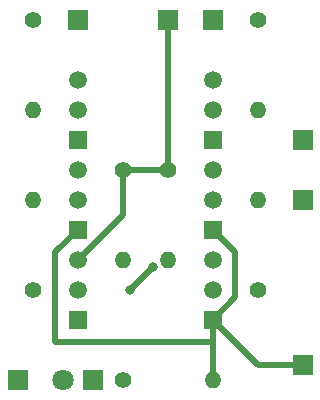
<source format=gbr>
%TF.GenerationSoftware,KiCad,Pcbnew,7.0.8*%
%TF.CreationDate,2023-11-03T11:40:39-07:00*%
%TF.ProjectId,bus_driver,6275735f-6472-4697-9665-722e6b696361,rev?*%
%TF.SameCoordinates,Original*%
%TF.FileFunction,Copper,L2,Bot*%
%TF.FilePolarity,Positive*%
%FSLAX46Y46*%
G04 Gerber Fmt 4.6, Leading zero omitted, Abs format (unit mm)*
G04 Created by KiCad (PCBNEW 7.0.8) date 2023-11-03 11:40:39*
%MOMM*%
%LPD*%
G01*
G04 APERTURE LIST*
%TA.AperFunction,ComponentPad*%
%ADD10R,1.700000X1.700000*%
%TD*%
%TA.AperFunction,ComponentPad*%
%ADD11C,1.400000*%
%TD*%
%TA.AperFunction,ComponentPad*%
%ADD12O,1.400000X1.400000*%
%TD*%
%TA.AperFunction,ComponentPad*%
%ADD13R,1.500000X1.500000*%
%TD*%
%TA.AperFunction,ComponentPad*%
%ADD14C,1.500000*%
%TD*%
%TA.AperFunction,ComponentPad*%
%ADD15R,1.800000X1.800000*%
%TD*%
%TA.AperFunction,ComponentPad*%
%ADD16C,1.800000*%
%TD*%
%TA.AperFunction,ViaPad*%
%ADD17C,0.800000*%
%TD*%
%TA.AperFunction,Conductor*%
%ADD18C,0.500000*%
%TD*%
G04 APERTURE END LIST*
D10*
%TO.P,J2,1,Pin_1*%
%TO.N,Net-(J2-Pin_1)*%
X162560000Y-110490000D03*
%TD*%
%TO.P,J7,1,Pin_1*%
%TO.N,GND*%
X162560000Y-124460000D03*
%TD*%
D11*
%TO.P,R4,1*%
%TO.N,Net-(J3-Pin_1)*%
X158750000Y-95250000D03*
D12*
%TO.P,R4,2*%
%TO.N,Net-(Q4-B)*%
X158750000Y-102870000D03*
%TD*%
D11*
%TO.P,R2,1*%
%TO.N,+5V*%
X151130000Y-107950000D03*
D12*
%TO.P,R2,2*%
%TO.N,/PULL UP*%
X151130000Y-115570000D03*
%TD*%
D10*
%TO.P,J1,1,Pin_1*%
%TO.N,/BUS*%
X138430000Y-125730000D03*
%TD*%
D13*
%TO.P,Q5,1,E*%
%TO.N,Net-(Q5-E)*%
X143510000Y-105410000D03*
D14*
%TO.P,Q5,2,B*%
%TO.N,Net-(Q5-B)*%
X143510000Y-102870000D03*
%TO.P,Q5,3,C*%
%TO.N,/PULL_UP_BAR*%
X143510000Y-100330000D03*
%TD*%
D15*
%TO.P,D1,1,K*%
%TO.N,Net-(D1-K)*%
X144780000Y-125730000D03*
D16*
%TO.P,D1,2,A*%
%TO.N,/BUS*%
X142240000Y-125730000D03*
%TD*%
D10*
%TO.P,J4,1,Pin_1*%
%TO.N,Net-(J4-Pin_1)*%
X143510000Y-95250000D03*
%TD*%
D13*
%TO.P,Q1,1,E*%
%TO.N,/BUS*%
X143510000Y-120650000D03*
D14*
%TO.P,Q1,2,B*%
%TO.N,/PULL UP*%
X143510000Y-118110000D03*
%TO.P,Q1,3,C*%
%TO.N,+5V*%
X143510000Y-115570000D03*
%TD*%
D11*
%TO.P,R3,1*%
%TO.N,+5V*%
X147320000Y-107950000D03*
D12*
%TO.P,R3,2*%
%TO.N,/PULL_UP_BAR*%
X147320000Y-115570000D03*
%TD*%
D11*
%TO.P,R6,1*%
%TO.N,Net-(J4-Pin_1)*%
X139700000Y-95250000D03*
D12*
%TO.P,R6,2*%
%TO.N,Net-(Q5-B)*%
X139700000Y-102870000D03*
%TD*%
D11*
%TO.P,R7,1*%
%TO.N,Net-(J5-Pin_1)*%
X139700000Y-118110000D03*
D12*
%TO.P,R7,2*%
%TO.N,Net-(Q6-B)*%
X139700000Y-110490000D03*
%TD*%
D10*
%TO.P,J3,1,Pin_1*%
%TO.N,Net-(J3-Pin_1)*%
X154940000Y-95250000D03*
%TD*%
D11*
%TO.P,R5,1*%
%TO.N,Net-(J2-Pin_1)*%
X158750000Y-118110000D03*
D12*
%TO.P,R5,2*%
%TO.N,Net-(Q3-B)*%
X158750000Y-110490000D03*
%TD*%
D13*
%TO.P,Q4,1,E*%
%TO.N,Net-(Q3-C)*%
X154940000Y-105410000D03*
D14*
%TO.P,Q4,2,B*%
%TO.N,Net-(Q4-B)*%
X154940000Y-102870000D03*
%TO.P,Q4,3,C*%
%TO.N,/PULL_UP_BAR*%
X154940000Y-100330000D03*
%TD*%
D11*
%TO.P,R1,1*%
%TO.N,Net-(D1-K)*%
X147320000Y-125730000D03*
D12*
%TO.P,R1,2*%
%TO.N,GND*%
X154940000Y-125730000D03*
%TD*%
D10*
%TO.P,J5,1,Pin_1*%
%TO.N,Net-(J5-Pin_1)*%
X162560000Y-105410000D03*
%TD*%
D13*
%TO.P,Q6,1,E*%
%TO.N,GND*%
X143510000Y-113030000D03*
D14*
%TO.P,Q6,2,B*%
%TO.N,Net-(Q6-B)*%
X143510000Y-110490000D03*
%TO.P,Q6,3,C*%
%TO.N,Net-(Q5-E)*%
X143510000Y-107950000D03*
%TD*%
D13*
%TO.P,Q3,1,E*%
%TO.N,GND*%
X154940000Y-113030000D03*
D14*
%TO.P,Q3,2,B*%
%TO.N,Net-(Q3-B)*%
X154940000Y-110490000D03*
%TO.P,Q3,3,C*%
%TO.N,Net-(Q3-C)*%
X154940000Y-107950000D03*
%TD*%
D10*
%TO.P,J6,1,Pin_1*%
%TO.N,+5V*%
X151130000Y-95250000D03*
%TD*%
D13*
%TO.P,Q2,1,E*%
%TO.N,GND*%
X154940000Y-120650000D03*
D14*
%TO.P,Q2,2,B*%
%TO.N,/PULL_UP_BAR*%
X154940000Y-118110000D03*
%TO.P,Q2,3,C*%
%TO.N,/PULL UP*%
X154940000Y-115570000D03*
%TD*%
D17*
%TO.N,/PULL UP*%
X149860000Y-116205000D03*
X147955000Y-118110000D03*
%TD*%
D18*
%TO.N,/PULL UP*%
X147955000Y-118110000D02*
X149860000Y-116205000D01*
%TO.N,+5V*%
X147320000Y-111760000D02*
X143510000Y-115570000D01*
X147320000Y-107950000D02*
X147320000Y-111760000D01*
X151130000Y-107950000D02*
X147320000Y-107950000D01*
X151130000Y-95250000D02*
X151130000Y-107950000D01*
%TO.N,GND*%
X156845000Y-114935000D02*
X154940000Y-113030000D01*
X156845000Y-118745000D02*
X156845000Y-114935000D01*
X154940000Y-120650000D02*
X154940000Y-122555000D01*
X154940000Y-122555000D02*
X141605000Y-122555000D01*
X162560000Y-124460000D02*
X158750000Y-124460000D01*
X141605000Y-122555000D02*
X141605000Y-114935000D01*
X141605000Y-114935000D02*
X143510000Y-113030000D01*
X158750000Y-124460000D02*
X154940000Y-120650000D01*
X154940000Y-122555000D02*
X154940000Y-125730000D01*
X154940000Y-120650000D02*
X156845000Y-118745000D01*
%TD*%
M02*

</source>
